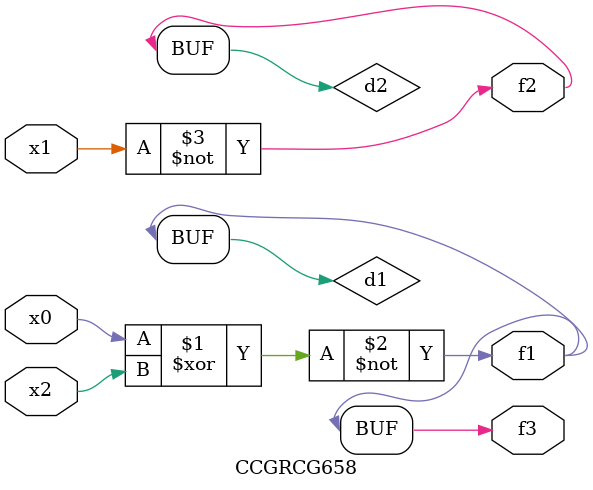
<source format=v>
module CCGRCG658(
	input x0, x1, x2,
	output f1, f2, f3
);

	wire d1, d2, d3;

	xnor (d1, x0, x2);
	nand (d2, x1);
	nor (d3, x1, x2);
	assign f1 = d1;
	assign f2 = d2;
	assign f3 = d1;
endmodule

</source>
